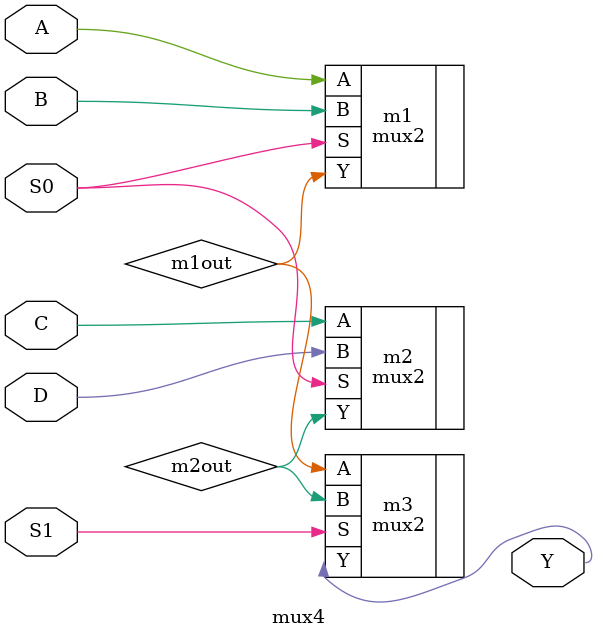
<source format=sv>
module mux4(input A, B, C, D, S0, S1, output Y);
  logic m1out, m2out;

  mux2 m1( .A(A), .B(B), .S(S0), .Y(m1out) );
  mux2 m2( .A(C), .B(D), .S(S0), .Y(m2out) );
  mux2 m3( .A(m1out), .B(m2out), .S(S1), .Y(Y) );
endmodule: mux4
</source>
